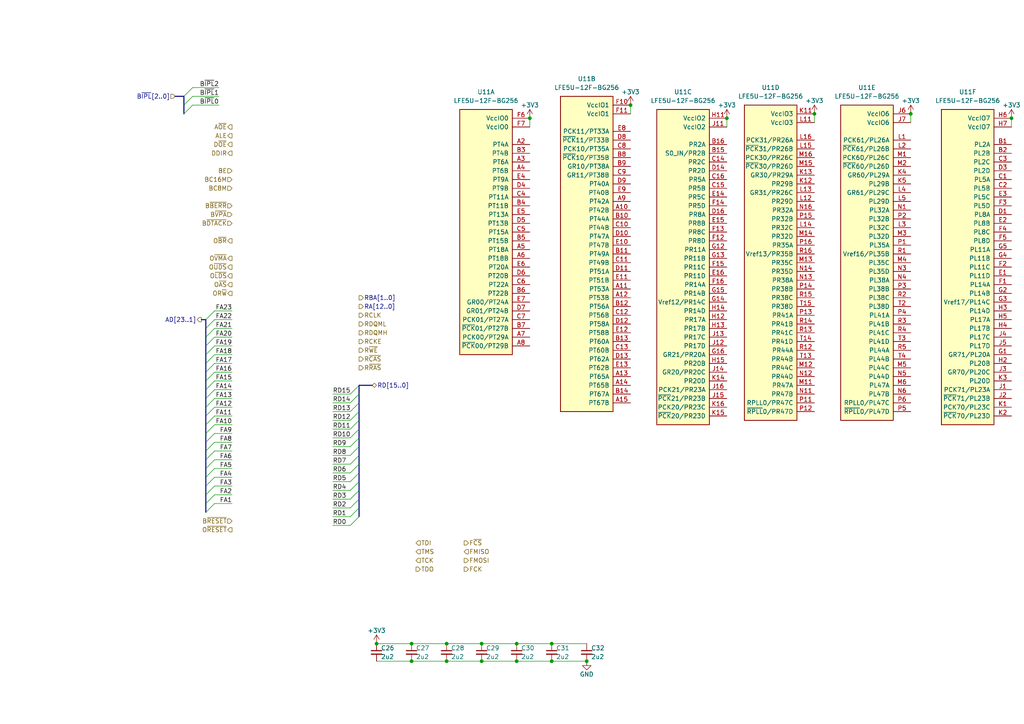
<source format=kicad_sch>
(kicad_sch (version 20230121) (generator eeschema)
  (paper "A4")
  (lib_symbols
    (symbol "+3V3_1" (power) (pin_names (offset 0))
      (property "Value" "+3V3_1" (at 0 3.556 0))
      (symbol "+3V3_1_0_1"
        (polyline (pts (xy -0.762 1.27) (xy 0 2.54)))
        (polyline (pts (xy 0 0) (xy 0 2.54)))
        (polyline (pts (xy 0 2.54) (xy 0.762 1.27)))
      )
      (symbol "+3V3_1_1_1"
        (pin power_in line (at 0 0 90) (length 0) hide (name "+3V3") (number "1"))
      )
    )
    (symbol "Device:C_Small" (pin_numbers hide) (pin_names (offset 0.254) hide)
      (property "Reference" "C" (at 0.254 1.778 0))
      (property "Value" "C_Small" (at 0.254 -2.032 0))
      (symbol "C_Small_0_1"
        (polyline (pts (xy -1.524 -0.508) (xy 1.524 -0.508)) (stroke (width 0.3302)))
        (polyline (pts (xy -1.524 0.508) (xy 1.524 0.508)) (stroke (width 0.3048)))
      )
      (symbol "C_Small_1_1"
        (pin passive line (at 0 2.54 270) (length 2.032) (name "~") (number "1"))
        (pin passive line (at 0 -2.54 90) (length 2.032) (name "~") (number "2"))
      )
    )
    (symbol "GND_1" (power) (pin_names (offset 0))
      (property "Value" "GND_1" (at 0 -3.81 0))
      (symbol "GND_1_0_1"
        (polyline (pts (xy 0 0) (xy 0 -1.27) (xy 1.27 -1.27) (xy 0 -2.54) (xy -1.27 -1.27) (xy 0 -1.27)))
      )
      (symbol "GND_1_1_1"
        (pin power_in line (at 0 0 270) (length 0) hide (name "GND") (number "1"))
      )
    )
    (symbol "GW_PLD:LFE5U-12F-BG256" (pin_names (offset 1.016))
      (property "Reference" "U" (at 0 19.05 0))
      (property "Value" "LFE5U-12F-BG256" (at -3.81 16.51 90))
      (symbol "LFE5U-12F-BG256_1_1"
        (rectangle (start 12.7 17.78) (end -2.54 -53.34) (stroke (width 0.254)) (fill (type background)))
        (pin bidirectional line (at 17.78 7.62 180) (length 5.08) (name "PT4A") (number "A2"))
        (pin bidirectional line (at 17.78 2.54 180) (length 5.08) (name "PT6A") (number "A3"))
        (pin bidirectional line (at 17.78 0 180) (length 5.08) (name "PT6B") (number "A4"))
        (pin bidirectional line (at 17.78 -22.86 180) (length 5.08) (name "PT18A") (number "A5"))
        (pin bidirectional line (at 17.78 -25.4 180) (length 5.08) (name "PT18B") (number "A6"))
        (pin bidirectional line (at 17.78 -48.26 180) (length 5.08) (name "PCK00/PT29A") (number "A7"))
        (pin bidirectional line (at 17.78 -50.8 180) (length 5.08) (name "~{PCK}00/PT29B") (number "A8"))
        (pin bidirectional line (at 17.78 5.08 180) (length 5.08) (name "PT4B") (number "B3"))
        (pin bidirectional line (at 17.78 -10.16 180) (length 5.08) (name "PT11B") (number "B4"))
        (pin bidirectional line (at 17.78 -20.32 180) (length 5.08) (name "PT15B") (number "B5"))
        (pin bidirectional line (at 17.78 -35.56 180) (length 5.08) (name "PT22B") (number "B6"))
        (pin bidirectional line (at 17.78 -45.72 180) (length 5.08) (name "~{PCK}01/PT27B") (number "B7"))
        (pin bidirectional line (at 17.78 -7.62 180) (length 5.08) (name "PT11A") (number "C4"))
        (pin bidirectional line (at 17.78 -17.78 180) (length 5.08) (name "PT15A") (number "C5"))
        (pin bidirectional line (at 17.78 -33.02 180) (length 5.08) (name "PT22A") (number "C6"))
        (pin bidirectional line (at 17.78 -43.18 180) (length 5.08) (name "PCK01/PT27A") (number "C7"))
        (pin bidirectional line (at 17.78 -5.08 180) (length 5.08) (name "PT9B") (number "D4"))
        (pin bidirectional line (at 17.78 -15.24 180) (length 5.08) (name "PT13B") (number "D5"))
        (pin bidirectional line (at 17.78 -30.48 180) (length 5.08) (name "PT20B") (number "D6"))
        (pin bidirectional line (at 17.78 -40.64 180) (length 5.08) (name "GR01/PT24B") (number "D7"))
        (pin bidirectional line (at 17.78 -2.54 180) (length 5.08) (name "PT9A") (number "E4"))
        (pin bidirectional line (at 17.78 -12.7 180) (length 5.08) (name "PT13A") (number "E5"))
        (pin bidirectional line (at 17.78 -27.94 180) (length 5.08) (name "PT20A") (number "E6"))
        (pin bidirectional line (at 17.78 -38.1 180) (length 5.08) (name "GR00/PT24A") (number "E7"))
        (pin power_in line (at 17.78 15.24 180) (length 5.08) (name "VccIO0") (number "F6"))
        (pin power_in line (at 17.78 12.7 180) (length 5.08) (name "VccIO0") (number "F7"))
      )
      (symbol "LFE5U-12F-BG256_2_1"
        (rectangle (start 12.7 -73.66) (end -2.54 17.78) (stroke (width 0.254)) (fill (type background)))
        (pin bidirectional line (at 17.78 -15.24 180) (length 5.08) (name "PT42B") (number "A10"))
        (pin bidirectional line (at 17.78 -38.1 180) (length 5.08) (name "PT53A") (number "A11"))
        (pin bidirectional line (at 17.78 -40.64 180) (length 5.08) (name "PT53B") (number "A12"))
        (pin bidirectional line (at 17.78 -63.5 180) (length 5.08) (name "PT65A") (number "A13"))
        (pin bidirectional line (at 17.78 -66.04 180) (length 5.08) (name "PT65B") (number "A14"))
        (pin bidirectional line (at 17.78 -71.12 180) (length 5.08) (name "PT67B") (number "A15"))
        (pin bidirectional line (at 17.78 -12.7 180) (length 5.08) (name "PT42A") (number "A9"))
        (pin bidirectional line (at 17.78 -17.78 180) (length 5.08) (name "PT44A") (number "B10"))
        (pin bidirectional line (at 17.78 -27.94 180) (length 5.08) (name "PT49A") (number "B11"))
        (pin bidirectional line (at 17.78 -43.18 180) (length 5.08) (name "PT56A") (number "B12"))
        (pin bidirectional line (at 17.78 -53.34 180) (length 5.08) (name "PT60A") (number "B13"))
        (pin bidirectional line (at 17.78 -68.58 180) (length 5.08) (name "PT67A") (number "B14"))
        (pin bidirectional line (at 17.78 0 180) (length 5.08) (name "~{PCK}10/PT35B") (number "B8"))
        (pin bidirectional line (at 17.78 -2.54 180) (length 5.08) (name "GR10/PT38A") (number "B9"))
        (pin bidirectional line (at 17.78 -20.32 180) (length 5.08) (name "PT44B") (number "C10"))
        (pin bidirectional line (at 17.78 -30.48 180) (length 5.08) (name "PT49B") (number "C11"))
        (pin bidirectional line (at 17.78 -45.72 180) (length 5.08) (name "PT56B") (number "C12"))
        (pin bidirectional line (at 17.78 -55.88 180) (length 5.08) (name "PT60B") (number "C13"))
        (pin bidirectional line (at 17.78 2.54 180) (length 5.08) (name "PCK10/PT35A") (number "C8"))
        (pin bidirectional line (at 17.78 -5.08 180) (length 5.08) (name "GR11/PT38B") (number "C9"))
        (pin bidirectional line (at 17.78 -22.86 180) (length 5.08) (name "PT47A") (number "D10"))
        (pin bidirectional line (at 17.78 -33.02 180) (length 5.08) (name "PT51A") (number "D11"))
        (pin bidirectional line (at 17.78 -48.26 180) (length 5.08) (name "PT58A") (number "D12"))
        (pin bidirectional line (at 17.78 -58.42 180) (length 5.08) (name "PT62A") (number "D13"))
        (pin bidirectional line (at 17.78 5.08 180) (length 5.08) (name "~{PCK}11/PT33B") (number "D8"))
        (pin bidirectional line (at 17.78 -7.62 180) (length 5.08) (name "PT40A") (number "D9"))
        (pin bidirectional line (at 17.78 -25.4 180) (length 5.08) (name "PT47B") (number "E10"))
        (pin bidirectional line (at 17.78 -35.56 180) (length 5.08) (name "PT51B") (number "E11"))
        (pin bidirectional line (at 17.78 -50.8 180) (length 5.08) (name "PT58B") (number "E12"))
        (pin bidirectional line (at 17.78 -60.96 180) (length 5.08) (name "PT62B") (number "E13"))
        (pin bidirectional line (at 17.78 7.62 180) (length 5.08) (name "PCK11/PT33A") (number "E8"))
        (pin bidirectional line (at 17.78 -10.16 180) (length 5.08) (name "PT40B") (number "E9"))
        (pin power_in line (at 17.78 15.24 180) (length 5.08) (name "VccIO1") (number "F10"))
        (pin power_in line (at 17.78 12.7 180) (length 5.08) (name "VccIO1") (number "F11"))
      )
      (symbol "LFE5U-12F-BG256_3_1"
        (rectangle (start -2.54 17.78) (end 12.7 -73.66) (stroke (width 0.254)) (fill (type background)))
        (pin bidirectional line (at 17.78 5.08 180) (length 5.08) (name "S0_IN/PR2B") (number "B15"))
        (pin bidirectional line (at 17.78 7.62 180) (length 5.08) (name "PR2A") (number "B16"))
        (pin bidirectional line (at 17.78 2.54 180) (length 5.08) (name "PR2C") (number "C14"))
        (pin bidirectional line (at 17.78 -5.08 180) (length 5.08) (name "PR5B") (number "C15"))
        (pin bidirectional line (at 17.78 -2.54 180) (length 5.08) (name "PR5A") (number "C16"))
        (pin bidirectional line (at 17.78 0 180) (length 5.08) (name "PR2D") (number "D14"))
        (pin bidirectional line (at 17.78 -12.7 180) (length 5.08) (name "PR8A") (number "D16"))
        (pin bidirectional line (at 17.78 -7.62 180) (length 5.08) (name "PR5C") (number "E14"))
        (pin bidirectional line (at 17.78 -15.24 180) (length 5.08) (name "PR8B") (number "E15"))
        (pin bidirectional line (at 17.78 -30.48 180) (length 5.08) (name "PR11D") (number "E16"))
        (pin bidirectional line (at 17.78 -20.32 180) (length 5.08) (name "PR8D") (number "F12"))
        (pin bidirectional line (at 17.78 -17.78 180) (length 5.08) (name "PR8C") (number "F13"))
        (pin bidirectional line (at 17.78 -10.16 180) (length 5.08) (name "PR5D") (number "F14"))
        (pin bidirectional line (at 17.78 -27.94 180) (length 5.08) (name "PR11C") (number "F15"))
        (pin bidirectional line (at 17.78 -33.02 180) (length 5.08) (name "PR14A") (number "F16"))
        (pin bidirectional line (at 17.78 -22.86 180) (length 5.08) (name "PR11A") (number "G12"))
        (pin bidirectional line (at 17.78 -25.4 180) (length 5.08) (name "PR11B") (number "G13"))
        (pin bidirectional line (at 17.78 -38.1 180) (length 5.08) (name "Vref12/PR14C") (number "G14"))
        (pin bidirectional line (at 17.78 -35.56 180) (length 5.08) (name "PR14B") (number "G15"))
        (pin bidirectional line (at 17.78 -53.34 180) (length 5.08) (name "GR21/PR20A") (number "G16"))
        (pin power_in line (at 17.78 15.24 180) (length 5.08) (name "VccIO2") (number "H11"))
        (pin bidirectional line (at 17.78 -43.18 180) (length 5.08) (name "PR17A") (number "H12"))
        (pin bidirectional line (at 17.78 -45.72 180) (length 5.08) (name "PR17B") (number "H13"))
        (pin bidirectional line (at 17.78 -40.64 180) (length 5.08) (name "PR14D") (number "H14"))
        (pin bidirectional line (at 17.78 -55.88 180) (length 5.08) (name "PR20B") (number "H15"))
        (pin power_in line (at 17.78 12.7 180) (length 5.08) (name "VccIO2") (number "J11"))
        (pin bidirectional line (at 17.78 -50.8 180) (length 5.08) (name "PR17D") (number "J12"))
        (pin bidirectional line (at 17.78 -48.26 180) (length 5.08) (name "PR17C") (number "J13"))
        (pin bidirectional line (at 17.78 -58.42 180) (length 5.08) (name "GR20/PR20C") (number "J14"))
        (pin bidirectional line (at 17.78 -66.04 180) (length 5.08) (name "~{PCK}21/PR23B") (number "J15"))
        (pin bidirectional line (at 17.78 -63.5 180) (length 5.08) (name "PCK21/PR23A") (number "J16"))
        (pin bidirectional line (at 17.78 -60.96 180) (length 5.08) (name "PR20D") (number "K14"))
        (pin bidirectional line (at 17.78 -71.12 180) (length 5.08) (name "~{PCK}20/PR23D") (number "K15"))
        (pin bidirectional line (at 17.78 -68.58 180) (length 5.08) (name "PCK20/PR23C") (number "K16"))
      )
      (symbol "LFE5U-12F-BG256_4_1"
        (rectangle (start -2.54 17.78) (end 12.7 -73.66) (stroke (width 0.254)) (fill (type background)))
        (pin power_in line (at 17.78 15.24 180) (length 5.08) (name "VccIO3") (number "K11"))
        (pin bidirectional line (at 17.78 -5.08 180) (length 5.08) (name "PR29B") (number "K12"))
        (pin bidirectional line (at 17.78 -2.54 180) (length 5.08) (name "GR30/PR29A") (number "K13"))
        (pin power_in line (at 17.78 12.7 180) (length 5.08) (name "VccIO3") (number "L11"))
        (pin bidirectional line (at 17.78 -10.16 180) (length 5.08) (name "PR29D") (number "L12"))
        (pin bidirectional line (at 17.78 -7.62 180) (length 5.08) (name "GR31/PR26C") (number "L13"))
        (pin bidirectional line (at 17.78 -17.78 180) (length 5.08) (name "PR32C") (number "L14"))
        (pin bidirectional line (at 17.78 5.08 180) (length 5.08) (name "~{PCK}31/PR26B") (number "L15"))
        (pin bidirectional line (at 17.78 7.62 180) (length 5.08) (name "PCK31/PR26A") (number "L16"))
        (pin bidirectional line (at 17.78 -63.5 180) (length 5.08) (name "PR47A") (number "M11"))
        (pin bidirectional line (at 17.78 -58.42 180) (length 5.08) (name "PR44C") (number "M12"))
        (pin bidirectional line (at 17.78 -27.94 180) (length 5.08) (name "PR35C") (number "M13"))
        (pin bidirectional line (at 17.78 -20.32 180) (length 5.08) (name "PR32D") (number "M14"))
        (pin bidirectional line (at 17.78 0 180) (length 5.08) (name "~{PCK}30/PR26D") (number "M15"))
        (pin bidirectional line (at 17.78 2.54 180) (length 5.08) (name "PCK30/PR26C") (number "M16"))
        (pin bidirectional line (at 17.78 -66.04 180) (length 5.08) (name "PR47B") (number "N11"))
        (pin bidirectional line (at 17.78 -60.96 180) (length 5.08) (name "PR44D") (number "N12"))
        (pin bidirectional line (at 17.78 -33.02 180) (length 5.08) (name "PR38A") (number "N13"))
        (pin bidirectional line (at 17.78 -30.48 180) (length 5.08) (name "PR35D") (number "N14"))
        (pin bidirectional line (at 17.78 -12.7 180) (length 5.08) (name "PR32A") (number "N16"))
        (pin bidirectional line (at 17.78 -68.58 180) (length 5.08) (name "RPLL0/PR47C") (number "P11"))
        (pin bidirectional line (at 17.78 -71.12 180) (length 5.08) (name "~{RPLL}0/PR47D") (number "P12"))
        (pin bidirectional line (at 17.78 -43.18 180) (length 5.08) (name "PR41A") (number "P13"))
        (pin bidirectional line (at 17.78 -35.56 180) (length 5.08) (name "PR38B") (number "P14"))
        (pin bidirectional line (at 17.78 -15.24 180) (length 5.08) (name "PR32B") (number "P15"))
        (pin bidirectional line (at 17.78 -22.86 180) (length 5.08) (name "PR35A") (number "P16"))
        (pin bidirectional line (at 17.78 -53.34 180) (length 5.08) (name "PR44A") (number "R12"))
        (pin bidirectional line (at 17.78 -48.26 180) (length 5.08) (name "PR41C") (number "R13"))
        (pin bidirectional line (at 17.78 -45.72 180) (length 5.08) (name "PR41B") (number "R14"))
        (pin bidirectional line (at 17.78 -38.1 180) (length 5.08) (name "PR38C") (number "R15"))
        (pin bidirectional line (at 17.78 -25.4 180) (length 5.08) (name "Vref13/PR35B") (number "R16"))
        (pin bidirectional line (at 17.78 -55.88 180) (length 5.08) (name "PR44B") (number "T13"))
        (pin bidirectional line (at 17.78 -50.8 180) (length 5.08) (name "PR41D") (number "T14"))
        (pin bidirectional line (at 17.78 -40.64 180) (length 5.08) (name "PR38D") (number "T15"))
      )
      (symbol "LFE5U-12F-BG256_5_1"
        (rectangle (start -2.54 17.78) (end 12.7 -73.66) (stroke (width 0.254)) (fill (type background)))
        (pin power_in line (at 17.78 15.24 180) (length 5.08) (name "VccIO6") (number "J6"))
        (pin power_in line (at 17.78 12.7 180) (length 5.08) (name "VccIO6") (number "J7"))
        (pin bidirectional line (at 17.78 -2.54 180) (length 5.08) (name "GR60/PL29A") (number "K4"))
        (pin bidirectional line (at 17.78 -5.08 180) (length 5.08) (name "PL29B") (number "K5"))
        (pin bidirectional line (at 17.78 7.62 180) (length 5.08) (name "PCK61/PL26A") (number "L1"))
        (pin bidirectional line (at 17.78 5.08 180) (length 5.08) (name "~{PCK}61/PL26B") (number "L2"))
        (pin bidirectional line (at 17.78 -17.78 180) (length 5.08) (name "PL32C") (number "L3"))
        (pin bidirectional line (at 17.78 -7.62 180) (length 5.08) (name "GR61/PL29C") (number "L4"))
        (pin bidirectional line (at 17.78 -10.16 180) (length 5.08) (name "PL29D") (number "L5"))
        (pin bidirectional line (at 17.78 2.54 180) (length 5.08) (name "PCK60/PL26C") (number "M1"))
        (pin bidirectional line (at 17.78 0 180) (length 5.08) (name "~{PCK}60/PL26D") (number "M2"))
        (pin bidirectional line (at 17.78 -20.32 180) (length 5.08) (name "PL32D") (number "M3"))
        (pin bidirectional line (at 17.78 -27.94 180) (length 5.08) (name "PL35C") (number "M4"))
        (pin bidirectional line (at 17.78 -58.42 180) (length 5.08) (name "PL44C") (number "M5"))
        (pin bidirectional line (at 17.78 -63.5 180) (length 5.08) (name "PL47A") (number "M6"))
        (pin bidirectional line (at 17.78 -12.7 180) (length 5.08) (name "PL32A") (number "N1"))
        (pin bidirectional line (at 17.78 -30.48 180) (length 5.08) (name "PL35D") (number "N3"))
        (pin bidirectional line (at 17.78 -33.02 180) (length 5.08) (name "PL38A") (number "N4"))
        (pin bidirectional line (at 17.78 -60.96 180) (length 5.08) (name "PL44D") (number "N5"))
        (pin bidirectional line (at 17.78 -66.04 180) (length 5.08) (name "PL47B") (number "N6"))
        (pin bidirectional line (at 17.78 -22.86 180) (length 5.08) (name "PL35A") (number "P1"))
        (pin bidirectional line (at 17.78 -15.24 180) (length 5.08) (name "PL32B") (number "P2"))
        (pin bidirectional line (at 17.78 -35.56 180) (length 5.08) (name "PL38B") (number "P3"))
        (pin bidirectional line (at 17.78 -43.18 180) (length 5.08) (name "PL41A") (number "P4"))
        (pin bidirectional line (at 17.78 -71.12 180) (length 5.08) (name "~{RPLL}0/PL47D") (number "P5"))
        (pin bidirectional line (at 17.78 -68.58 180) (length 5.08) (name "RPLL0/PL47C") (number "P6"))
        (pin bidirectional line (at 17.78 -25.4 180) (length 5.08) (name "Vref16/PL35B") (number "R1"))
        (pin bidirectional line (at 17.78 -38.1 180) (length 5.08) (name "PL38C") (number "R2"))
        (pin bidirectional line (at 17.78 -45.72 180) (length 5.08) (name "PL41B") (number "R3"))
        (pin bidirectional line (at 17.78 -48.26 180) (length 5.08) (name "PL41C") (number "R4"))
        (pin bidirectional line (at 17.78 -53.34 180) (length 5.08) (name "PL44A") (number "R5"))
        (pin bidirectional line (at 17.78 -40.64 180) (length 5.08) (name "PL38D") (number "T2"))
        (pin bidirectional line (at 17.78 -50.8 180) (length 5.08) (name "PL41D") (number "T3"))
        (pin bidirectional line (at 17.78 -55.88 180) (length 5.08) (name "PL44B") (number "T4"))
      )
      (symbol "LFE5U-12F-BG256_6_1"
        (rectangle (start -2.54 17.78) (end 12.7 -73.66) (stroke (width 0.254)) (fill (type background)))
        (pin bidirectional line (at 17.78 7.62 180) (length 5.08) (name "PL2A") (number "B1"))
        (pin bidirectional line (at 17.78 5.08 180) (length 5.08) (name "PL2B") (number "B2"))
        (pin bidirectional line (at 17.78 -2.54 180) (length 5.08) (name "PL5A") (number "C1"))
        (pin bidirectional line (at 17.78 -5.08 180) (length 5.08) (name "PL5B") (number "C2"))
        (pin bidirectional line (at 17.78 2.54 180) (length 5.08) (name "PL2C") (number "C3"))
        (pin bidirectional line (at 17.78 -12.7 180) (length 5.08) (name "PL8A") (number "D1"))
        (pin bidirectional line (at 17.78 0 180) (length 5.08) (name "PL2D") (number "D3"))
        (pin bidirectional line (at 17.78 -30.48 180) (length 5.08) (name "PL11D") (number "E1"))
        (pin bidirectional line (at 17.78 -15.24 180) (length 5.08) (name "PL8B") (number "E2"))
        (pin bidirectional line (at 17.78 -7.62 180) (length 5.08) (name "PL5C") (number "E3"))
        (pin bidirectional line (at 17.78 -33.02 180) (length 5.08) (name "PL14A") (number "F1"))
        (pin bidirectional line (at 17.78 -27.94 180) (length 5.08) (name "PL11C") (number "F2"))
        (pin bidirectional line (at 17.78 -10.16 180) (length 5.08) (name "PL5D") (number "F3"))
        (pin bidirectional line (at 17.78 -17.78 180) (length 5.08) (name "PL8C") (number "F4"))
        (pin bidirectional line (at 17.78 -20.32 180) (length 5.08) (name "PL8D") (number "F5"))
        (pin bidirectional line (at 17.78 -53.34 180) (length 5.08) (name "GR71/PL20A") (number "G1"))
        (pin bidirectional line (at 17.78 -35.56 180) (length 5.08) (name "PL14B") (number "G2"))
        (pin bidirectional line (at 17.78 -38.1 180) (length 5.08) (name "Vref17/PL14C") (number "G3"))
        (pin bidirectional line (at 17.78 -25.4 180) (length 5.08) (name "PL11B") (number "G4"))
        (pin bidirectional line (at 17.78 -22.86 180) (length 5.08) (name "PL11A") (number "G5"))
        (pin bidirectional line (at 17.78 -55.88 180) (length 5.08) (name "PL20B") (number "H2"))
        (pin bidirectional line (at 17.78 -40.64 180) (length 5.08) (name "PL14D") (number "H3"))
        (pin bidirectional line (at 17.78 -45.72 180) (length 5.08) (name "PL17B") (number "H4"))
        (pin bidirectional line (at 17.78 -43.18 180) (length 5.08) (name "PL17A") (number "H5"))
        (pin power_in line (at 17.78 15.24 180) (length 5.08) (name "VccIO7") (number "H6"))
        (pin power_in line (at 17.78 12.7 180) (length 5.08) (name "VccIO7") (number "H7"))
        (pin bidirectional line (at 17.78 -63.5 180) (length 5.08) (name "PCK71/PL23A") (number "J1"))
        (pin bidirectional line (at 17.78 -66.04 180) (length 5.08) (name "~{PCK}71/PL23B") (number "J2"))
        (pin bidirectional line (at 17.78 -58.42 180) (length 5.08) (name "GR70/PL20C") (number "J3"))
        (pin bidirectional line (at 17.78 -48.26 180) (length 5.08) (name "PL17C") (number "J4"))
        (pin bidirectional line (at 17.78 -50.8 180) (length 5.08) (name "PL17D") (number "J5"))
        (pin bidirectional line (at 17.78 -68.58 180) (length 5.08) (name "PCK70/PL23C") (number "K1"))
        (pin bidirectional line (at 17.78 -71.12 180) (length 5.08) (name "~{PCK}70/PL23D") (number "K2"))
        (pin bidirectional line (at 17.78 -60.96 180) (length 5.08) (name "PL20D") (number "K3"))
      )
      (symbol "LFE5U-12F-BG256_7_1"
        (rectangle (start -2.54 17.78) (end 12.7 -50.8) (stroke (width 0.254)) (fill (type background)))
        (pin power_in line (at 17.78 15.24 180) (length 5.08) (name "VccIO8") (number "L6"))
        (pin output line (at 17.78 -40.64 180) (length 5.08) (name "TDO") (number "M10"))
        (pin bidirectional line (at 17.78 -2.54 180) (length 5.08) (name "PB9B/D2") (number "M7"))
        (pin bidirectional line (at 17.78 -17.78 180) (length 5.08) (name "~{CSO}/PB15B") (number "M8"))
        (pin bidirectional line (at 17.78 -20.32 180) (length 5.08) (name "~{WRITE}/PB18A") (number "M9"))
        (pin input line (at 17.78 -33.02 180) (length 5.08) (name "CFG0") (number "N10"))
        (pin bidirectional line (at 17.78 0 180) (length 5.08) (name "PB9A/D3") (number "N7"))
        (pin bidirectional line (at 17.78 -15.24 180) (length 5.08) (name "M~{CS}/PB15A") (number "N8"))
        (pin bidirectional line (at 17.78 -25.4 180) (length 5.08) (name "CCLK") (number "N9"))
        (pin input line (at 17.78 -35.56 180) (length 5.08) (name "CFG1") (number "P10"))
        (pin bidirectional line (at 17.78 2.54 180) (length 5.08) (name "MOSI2/PB6B") (number "P7"))
        (pin bidirectional line (at 17.78 -12.7 180) (length 5.08) (name "S~{CS}1/PB13B") (number "P8"))
        (pin open_collector line (at 17.78 -30.48 180) (length 5.08) (name "DONE") (number "P9"))
        (pin input line (at 17.78 -38.1 180) (length 5.08) (name "CFG2") (number "R10"))
        (pin input line (at 17.78 -45.72 180) (length 5.08) (name "TDI") (number "R11"))
        (pin bidirectional line (at 17.78 7.62 180) (length 5.08) (name "PB4B") (number "R6"))
        (pin bidirectional line (at 17.78 5.08 180) (length 5.08) (name "MISO2/PB6A") (number "R7"))
        (pin bidirectional line (at 17.78 -10.16 180) (length 5.08) (name "S~{CS}/PB13A") (number "R8"))
        (pin input line (at 17.78 -27.94 180) (length 5.08) (name "~{PROGRAM}") (number "R9"))
        (pin input line (at 17.78 -43.18 180) (length 5.08) (name "TCK") (number "T10"))
        (pin input line (at 17.78 -48.26 180) (length 5.08) (name "TMS") (number "T11"))
        (pin bidirectional line (at 17.78 10.16 180) (length 5.08) (name "PB4A") (number "T6"))
        (pin bidirectional line (at 17.78 -5.08 180) (length 5.08) (name "MISO/PB11A") (number "T7"))
        (pin bidirectional line (at 17.78 -7.62 180) (length 5.08) (name "MOSI/PB11B") (number "T8"))
        (pin open_collector line (at 17.78 -22.86 180) (length 5.08) (name "~{INIT}") (number "T9"))
      )
      (symbol "LFE5U-12F-BG256_8_1"
        (rectangle (start 7.62 -78.74) (end -2.54 17.78) (stroke (width 0.254)) (fill (type background)))
        (pin power_in line (at 12.7 -71.12 180) (length 5.08) (name "GND") (number "A1"))
        (pin power_in line (at 12.7 -10.16 180) (length 5.08) (name "GND") (number "A16"))
        (pin power_in line (at 12.7 -17.78 180) (length 5.08) (name "GND") (number "D15"))
        (pin power_in line (at 12.7 -66.04 180) (length 5.08) (name "GND") (number "D2"))
        (pin power_in line (at 12.7 -45.72 180) (length 5.08) (name "GND") (number "F8"))
        (pin power_in line (at 12.7 -40.64 180) (length 5.08) (name "GND") (number "F9"))
        (pin power_in line (at 12.7 -25.4 180) (length 5.08) (name "GND") (number "G10"))
        (pin power_in line (at 12.7 15.24 180) (length 5.08) (name "VccAUX") (number "G11"))
        (pin power_in line (at 12.7 -5.08 180) (length 5.08) (name "Vcc") (number "G6"))
        (pin power_in line (at 12.7 -2.54 180) (length 5.08) (name "Vcc") (number "G7"))
        (pin power_in line (at 12.7 -48.26 180) (length 5.08) (name "GND") (number "G8"))
        (pin power_in line (at 12.7 5.08 180) (length 5.08) (name "Vcc") (number "G9"))
        (pin power_in line (at 12.7 -73.66 180) (length 5.08) (name "GND") (number "H1"))
        (pin power_in line (at 12.7 -27.94 180) (length 5.08) (name "GND") (number "H10"))
        (pin power_in line (at 12.7 -12.7 180) (length 5.08) (name "GND") (number "H16"))
        (pin power_in line (at 12.7 -50.8 180) (length 5.08) (name "GND") (number "H8"))
        (pin power_in line (at 12.7 -35.56 180) (length 5.08) (name "GND") (number "H9"))
        (pin power_in line (at 12.7 -30.48 180) (length 5.08) (name "GND") (number "J10"))
        (pin power_in line (at 12.7 -53.34 180) (length 5.08) (name "GND") (number "J8"))
        (pin power_in line (at 12.7 -38.1 180) (length 5.08) (name "GND") (number "J9"))
        (pin power_in line (at 12.7 -33.02 180) (length 5.08) (name "GND") (number "K10"))
        (pin power_in line (at 12.7 -60.96 180) (length 5.08) (name "GND") (number "K6"))
        (pin power_in line (at 12.7 -58.42 180) (length 5.08) (name "GND") (number "K7"))
        (pin power_in line (at 12.7 -55.88 180) (length 5.08) (name "GND") (number "K8"))
        (pin power_in line (at 12.7 -43.18 180) (length 5.08) (name "GND") (number "K9"))
        (pin power_in line (at 12.7 7.62 180) (length 5.08) (name "Vcc") (number "L10"))
        (pin power_in line (at 12.7 12.7 180) (length 5.08) (name "VccAUX") (number "L7"))
        (pin power_in line (at 12.7 0 180) (length 5.08) (name "Vcc") (number "L8"))
        (pin power_in line (at 12.7 2.54 180) (length 5.08) (name "Vcc") (number "L9"))
        (pin power_in line (at 12.7 -20.32 180) (length 5.08) (name "GND") (number "N15"))
        (pin power_in line (at 12.7 -68.58 180) (length 5.08) (name "GND") (number "N2"))
        (pin power_in line (at 12.7 -76.2 180) (length 5.08) (name "GND") (number "T1"))
        (pin power_in line (at 12.7 -22.86 180) (length 5.08) (name "GND") (number "T12"))
        (pin power_in line (at 12.7 -15.24 180) (length 5.08) (name "GND") (number "T16"))
        (pin power_in line (at 12.7 -63.5 180) (length 5.08) (name "GND") (number "T5"))
      )
    )
    (symbol "power:+1V1" (power) (pin_names (offset 0))
      (property "Value" "+1V1" (at 0 3.556 0))
      (symbol "+1V1_0_1"
        (polyline (pts (xy -0.762 1.27) (xy 0 2.54)))
        (polyline (pts (xy 0 0) (xy 0 2.54)))
        (polyline (pts (xy 0 2.54) (xy 0.762 1.27)))
      )
      (symbol "+1V1_1_1"
        (pin power_in line (at 0 0 90) (length 0) hide (name "+1V1") (number "1"))
      )
    )
    (symbol "power:+2V5" (power) (pin_names (offset 0))
      (property "Value" "+2V5" (at 0 3.556 0))
      (symbol "+2V5_0_1"
        (polyline (pts (xy -0.762 1.27) (xy 0 2.54)))
        (polyline (pts (xy 0 0) (xy 0 2.54)))
        (polyline (pts (xy 0 2.54) (xy 0.762 1.27)))
      )
      (symbol "+2V5_1_1"
        (pin power_in line (at 0 0 90) (length 0) hide (name "+2V5") (number "1"))
      )
    )
    (symbol "power:+3V3" (power) (pin_names (offset 0))
      (property "Value" "+3V3" (at 0 3.556 0))
      (symbol "+3V3_0_1"
        (polyline (pts (xy -0.762 1.27) (xy 0 2.54)))
        (polyline (pts (xy 0 0) (xy 0 2.54)))
        (polyline (pts (xy 0 2.54) (xy 0.762 1.27)))
      )
      (symbol "+3V3_1_1"
        (pin power_in line (at 0 0 90) (length 0) hide (name "+3V3") (number "1"))
      )
    )
    (symbol "power:GND" (power) (pin_names (offset 0))
      (property "Value" "GND" (at 0 -3.81 0))
      (symbol "GND_0_1"
        (polyline (pts (xy 0 0) (xy 0 -1.27) (xy 1.27 -1.27) (xy 0 -2.54) (xy -1.27 -1.27) (xy 0 -1.27)))
      )
      (symbol "GND_1_1"
        (pin power_in line (at 0 0 270) (length 0) hide (name "GND") (number "1"))
      )
    )
  )
  (junction (at 346.71 118.11))
  (junction (at 346.71 46.99))
  (junction (at 346.71 44.45))
  (junction (at 119.38 191.77))
  (junction (at 129.54 191.77))
  (junction (at 346.71 115.57))
  (junction (at 346.71 95.25))
  (junction (at 139.7 191.77))
  (junction (at 346.71 41.91))
  (junction (at 346.71 92.71))
  (junction (at 139.7 186.69))
  (junction (at 346.71 67.31))
  (junction (at 264.16 33.02))
  (junction (at 346.71 52.07))
  (junction (at 346.71 62.23))
  (junction (at 346.71 85.09))
  (junction (at 346.71 82.55))
  (junction (at 119.38 186.69))
  (junction (at 210.82 34.29))
  (junction (at 182.88 30.48))
  (junction (at 236.22 33.02))
  (junction (at 346.71 80.01))
  (junction (at 346.71 105.41))
  (junction (at 160.02 186.69))
  (junction (at 346.71 107.95))
  (junction (at 346.71 34.29))
  (junction (at 346.71 100.33))
  (junction (at 346.71 120.65))
  (junction (at 346.71 87.63))
  (junction (at 346.71 77.47))
  (junction (at 109.22 186.69))
  (junction (at 346.71 125.73))
  (junction (at 346.71 64.77))
  (junction (at 149.86 191.77))
  (junction (at 346.71 110.49))
  (junction (at 149.86 186.69))
  (junction (at 153.67 34.29))
  (junction (at 346.71 49.53))
  (junction (at 346.71 90.17))
  (junction (at 346.71 102.87))
  (junction (at 346.71 97.79))
  (junction (at 170.18 191.77))
  (junction (at 160.02 191.77))
  (junction (at 129.54 186.69))
  (junction (at 346.71 123.19))
  (junction (at 346.71 72.39))
  (junction (at 346.71 69.85))
  (junction (at 293.37 34.29))
  (junction (at 346.71 74.93))
  (junction (at 346.71 113.03))
  (bus_entry (at 101.6 132.08) (size 2.54 -2.54))
  (bus_entry (at 62.23 128.27) (size -2.54 2.54))
  (bus_entry (at 101.6 121.92) (size 2.54 -2.54))
  (bus_entry (at 101.6 127) (size 2.54 -2.54))
  (bus_entry (at 62.23 120.65) (size -2.54 2.54))
  (bus_entry (at 62.23 115.57) (size -2.54 2.54))
  (bus_entry (at 101.6 119.38) (size 2.54 -2.54))
  (bus_entry (at 62.23 113.03) (size -2.54 2.54))
  (bus_entry (at 101.6 124.46) (size 2.54 -2.54))
  (bus_entry (at 62.23 95.25) (size -2.54 2.54))
  (bus_entry (at 62.23 100.33) (size -2.54 2.54))
  (bus_entry (at 62.23 130.81) (size -2.54 2.54))
  (bus_entry (at 55.88 25.4) (size -2.54 2.54))
  (bus_entry (at 62.23 102.87) (size -2.54 2.54))
  (bus_entry (at 101.6 147.32) (size 2.54 -2.54))
  (bus_entry (at 62.23 92.71) (size -2.54 2.54))
  (bus_entry (at 55.88 30.48) (size -2.54 2.54))
  (bus_entry (at 62.23 107.95) (size -2.54 2.54))
  (bus_entry (at 62.23 140.97) (size -2.54 2.54))
  (bus_entry (at 62.23 125.73) (size -2.54 2.54))
  (bus_entry (at 101.6 129.54) (size 2.54 -2.54))
  (bus_entry (at 62.23 90.17) (size -2.54 2.54))
  (bus_entry (at 55.88 27.94) (size -2.54 2.54))
  (bus_entry (at 101.6 116.84) (size 2.54 -2.54))
  (bus_entry (at 101.6 137.16) (size 2.54 -2.54))
  (bus_entry (at 62.23 110.49) (size -2.54 2.54))
  (bus_entry (at 101.6 149.86) (size 2.54 -2.54))
  (bus_entry (at 101.6 134.62) (size 2.54 -2.54))
  (bus_entry (at 62.23 133.35) (size -2.54 2.54))
  (bus_entry (at 62.23 97.79) (size -2.54 2.54))
  (bus_entry (at 62.23 123.19) (size -2.54 2.54))
  (bus_entry (at 62.23 105.41) (size -2.54 2.54))
  (bus_entry (at 62.23 135.89) (size -2.54 2.54))
  (bus_entry (at 62.23 143.51) (size -2.54 2.54))
  (bus_entry (at 101.6 142.24) (size 2.54 -2.54))
  (bus_entry (at 62.23 146.05) (size -2.54 2.54))
  (bus_entry (at 101.6 144.78) (size 2.54 -2.54))
  (bus_entry (at 101.6 152.4) (size 2.54 -2.54))
  (bus_entry (at 62.23 138.43) (size -2.54 2.54))
  (bus_entry (at 101.6 139.7) (size 2.54 -2.54))
  (bus_entry (at 101.6 114.3) (size 2.54 -2.54))
  (bus_entry (at 62.23 118.11) (size -2.54 2.54))
  (wire (pts (xy 67.31 130.81) (xy 62.23 130.81)))
  (bus (pts (xy 59.69 120.65) (xy 59.69 123.19)))
  (wire (pts (xy 96.52 152.4) (xy 101.6 152.4)))
  (bus (pts (xy 59.69 110.49) (xy 59.69 113.03)))
  (wire (pts (xy 67.31 110.49) (xy 62.23 110.49)))
  (bus (pts (xy 104.14 132.08) (xy 104.14 129.54)))
  (wire (pts (xy 96.52 149.86) (xy 101.6 149.86)))
  (bus (pts (xy 59.69 95.25) (xy 59.69 97.79)))
  (bus (pts (xy 59.69 118.11) (xy 59.69 120.65)))
  (wire (pts (xy 346.71 95.25) (xy 346.71 97.79)))
  (wire (pts (xy 109.22 186.69) (xy 119.38 186.69)))
  (bus (pts (xy 59.69 100.33) (xy 59.69 102.87)))
  (wire (pts (xy 96.52 119.38) (xy 101.6 119.38)))
  (wire (pts (xy 346.71 123.19) (xy 346.71 125.73)))
  (wire (pts (xy 67.31 97.79) (xy 62.23 97.79)))
  (wire (pts (xy 96.52 127) (xy 101.6 127)))
  (wire (pts (xy 67.31 143.51) (xy 62.23 143.51)))
  (wire (pts (xy 119.38 186.69) (xy 129.54 186.69)))
  (wire (pts (xy 67.31 140.97) (xy 62.23 140.97)))
  (wire (pts (xy 293.37 34.29) (xy 293.37 36.83)))
  (wire (pts (xy 96.52 121.92) (xy 101.6 121.92)))
  (bus (pts (xy 59.69 105.41) (xy 59.69 107.95)))
  (wire (pts (xy 67.31 118.11) (xy 62.23 118.11)))
  (wire (pts (xy 346.71 110.49) (xy 346.71 113.03)))
  (bus (pts (xy 59.69 128.27) (xy 59.69 130.81)))
  (wire (pts (xy 346.71 72.39) (xy 346.71 74.93)))
  (bus (pts (xy 59.69 135.89) (xy 59.69 138.43)))
  (wire (pts (xy 160.02 186.69) (xy 170.18 186.69)))
  (bus (pts (xy 50.8 27.94) (xy 53.34 27.94)))
  (wire (pts (xy 210.82 34.29) (xy 210.82 36.83)))
  (wire (pts (xy 346.71 46.99) (xy 346.71 49.53)))
  (bus (pts (xy 104.14 121.92) (xy 104.14 119.38)))
  (wire (pts (xy 63.5 25.4) (xy 55.88 25.4)))
  (bus (pts (xy 59.69 146.05) (xy 59.69 148.59)))
  (wire (pts (xy 346.71 74.93) (xy 346.71 77.47)))
  (wire (pts (xy 346.71 118.11) (xy 346.71 120.65)))
  (wire (pts (xy 139.7 191.77) (xy 149.86 191.77)))
  (wire (pts (xy 346.71 115.57) (xy 346.71 118.11)))
  (wire (pts (xy 346.71 62.23) (xy 346.71 64.77)))
  (wire (pts (xy 346.71 97.79) (xy 346.71 100.33)))
  (wire (pts (xy 67.31 120.65) (xy 62.23 120.65)))
  (wire (pts (xy 67.31 100.33) (xy 62.23 100.33)))
  (wire (pts (xy 346.71 87.63) (xy 346.71 90.17)))
  (wire (pts (xy 346.71 105.41) (xy 346.71 107.95)))
  (wire (pts (xy 96.52 137.16) (xy 101.6 137.16)))
  (bus (pts (xy 53.34 27.94) (xy 53.34 30.48)))
  (bus (pts (xy 59.69 97.79) (xy 59.69 100.33)))
  (wire (pts (xy 67.31 102.87) (xy 62.23 102.87)))
  (bus (pts (xy 104.14 116.84) (xy 104.14 114.3)))
  (wire (pts (xy 96.52 147.32) (xy 101.6 147.32)))
  (bus (pts (xy 104.14 147.32) (xy 104.14 144.78)))
  (bus (pts (xy 59.69 133.35) (xy 59.69 135.89)))
  (bus (pts (xy 59.69 140.97) (xy 59.69 143.51)))
  (wire (pts (xy 346.71 52.07) (xy 346.71 54.61)))
  (wire (pts (xy 96.52 129.54) (xy 101.6 129.54)))
  (wire (pts (xy 63.5 27.94) (xy 55.88 27.94)))
  (wire (pts (xy 346.71 64.77) (xy 346.71 67.31)))
  (wire (pts (xy 129.54 186.69) (xy 139.7 186.69)))
  (wire (pts (xy 160.02 191.77) (xy 170.18 191.77)))
  (wire (pts (xy 67.31 105.41) (xy 62.23 105.41)))
  (wire (pts (xy 346.71 59.69) (xy 346.71 62.23)))
  (wire (pts (xy 346.71 82.55) (xy 346.71 85.09)))
  (wire (pts (xy 96.52 132.08) (xy 101.6 132.08)))
  (wire (pts (xy 139.7 186.69) (xy 149.86 186.69)))
  (wire (pts (xy 346.71 67.31) (xy 346.71 69.85)))
  (bus (pts (xy 104.14 124.46) (xy 104.14 121.92)))
  (wire (pts (xy 67.31 90.17) (xy 62.23 90.17)))
  (wire (pts (xy 346.71 100.33) (xy 346.71 102.87)))
  (wire (pts (xy 346.71 92.71) (xy 346.71 95.25)))
  (bus (pts (xy 59.69 138.43) (xy 59.69 140.97)))
  (wire (pts (xy 96.52 144.78) (xy 101.6 144.78)))
  (wire (pts (xy 149.86 186.69) (xy 160.02 186.69)))
  (wire (pts (xy 96.52 116.84) (xy 101.6 116.84)))
  (wire (pts (xy 149.86 191.77) (xy 160.02 191.77)))
  (bus (pts (xy 104.14 129.54) (xy 104.14 127)))
  (bus (pts (xy 104.14 111.76) (xy 107.95 111.76)))
  (bus (pts (xy 104.14 134.62) (xy 104.14 132.08)))
  (wire (pts (xy 236.22 33.02) (xy 236.22 35.56)))
  (bus (pts (xy 53.34 33.02) (xy 53.34 30.48)))
  (wire (pts (xy 346.71 120.65) (xy 346.71 123.19)))
  (wire (pts (xy 67.31 125.73) (xy 62.23 125.73)))
  (wire (pts (xy 346.71 80.01) (xy 346.71 82.55)))
  (wire (pts (xy 119.38 191.77) (xy 129.54 191.77)))
  (wire (pts (xy 67.31 138.43) (xy 62.23 138.43)))
  (bus (pts (xy 104.14 139.7) (xy 104.14 137.16)))
  (bus (pts (xy 59.69 102.87) (xy 59.69 105.41)))
  (wire (pts (xy 109.22 191.77) (xy 119.38 191.77)))
  (wire (pts (xy 346.71 69.85) (xy 346.71 72.39)))
  (bus (pts (xy 104.14 119.38) (xy 104.14 116.84)))
  (wire (pts (xy 346.71 107.95) (xy 346.71 110.49)))
  (wire (pts (xy 96.52 124.46) (xy 101.6 124.46)))
  (bus (pts (xy 104.14 142.24) (xy 104.14 139.7)))
  (bus (pts (xy 58.42 92.71) (xy 59.69 92.71)))
  (bus (pts (xy 59.69 130.81) (xy 59.69 133.35)))
  (wire (pts (xy 346.71 49.53) (xy 346.71 52.07)))
  (bus (pts (xy 59.69 125.73) (xy 59.69 128.27)))
  (wire (pts (xy 67.31 115.57) (xy 62.23 115.57)))
  (wire (pts (xy 67.31 95.25) (xy 62.23 95.25)))
  (wire (pts (xy 67.31 135.89) (xy 62.23 135.89)))
  (wire (pts (xy 346.71 77.47) (xy 346.71 80.01)))
  (wire (pts (xy 67.31 128.27) (xy 62.23 128.27)))
  (wire (pts (xy 96.52 114.3) (xy 101.6 114.3)))
  (wire (pts (xy 67.31 123.19) (xy 62.23 123.19)))
  (wire (pts (xy 346.71 41.91) (xy 346.71 44.45)))
  (bus (pts (xy 104.14 114.3) (xy 104.14 111.76)))
  (bus (pts (xy 104.14 149.86) (xy 104.14 147.32)))
  (bus (pts (xy 104.14 127) (xy 104.14 124.46)))
  (bus (pts (xy 59.69 113.03) (xy 59.69 115.57)))
  (wire (pts (xy 153.67 34.29) (xy 153.67 36.83)))
  (wire (pts (xy 67.31 113.03) (xy 62.23 113.03)))
  (wire (pts (xy 96.52 142.24) (xy 101.6 142.24)))
  (wire (pts (xy 182.88 30.48) (xy 182.88 33.02)))
  (wire (pts (xy 346.71 102.87) (xy 346.71 105.41)))
  (bus (pts (xy 59.69 115.57) (xy 59.69 118.11)))
  (bus (pts (xy 104.14 144.78) (xy 104.14 142.24)))
  (wire (pts (xy 67.31 146.05) (xy 62.23 146.05)))
  (wire (pts (xy 264.16 33.02) (xy 264.16 35.56)))
  (wire (pts (xy 67.31 107.95) (xy 62.23 107.95)))
  (bus (pts (xy 59.69 123.19) (xy 59.69 125.73)))
  (wire (pts (xy 96.52 134.62) (xy 101.6 134.62)))
  (bus (pts (xy 59.69 143.51) (xy 59.69 146.05)))
  (bus (pts (xy 59.69 107.95) (xy 59.69 110.49)))
  (wire (pts (xy 346.71 85.09) (xy 346.71 87.63)))
  (wire (pts (xy 67.31 133.35) (xy 62.23 133.35)))
  (wire (pts (xy 96.52 139.7) (xy 101.6 139.7)))
  (wire (pts (xy 346.71 44.45) (xy 346.71 46.99)))
  (bus (pts (xy 59.69 92.71) (xy 59.69 95.25)))
  (wire (pts (xy 129.54 191.77) (xy 139.7 191.77)))
  (wire (pts (xy 346.71 90.17) (xy 346.71 92.71)))
  (bus (pts (xy 104.14 137.16) (xy 104.14 134.62)))
  (wire (pts (xy 346.71 34.29) (xy 346.71 36.83)))
  (wire (pts (xy 346.71 113.03) (xy 346.71 115.57)))
  (wire (pts (xy 63.5 30.48) (xy 55.88 30.48)))
  (wire (pts (xy 67.31 92.71) (xy 62.23 92.71)))
  (label "FA11" (at 67.31 120.65 180))
  (label "RD1" (at 96.52 149.86 0))
  (label "RD5" (at 96.52 139.7 0))
  (label "FA5" (at 67.31 135.89 180))
  (label "RD11" (at 96.52 124.46 0))
  (label "FA14" (at 67.31 113.03 180))
  (label "FA21" (at 67.31 95.25 180))
  (label "FA6" (at 67.31 133.35 180))
  (label "FA4" (at 67.31 138.43 180))
  (label "FA10" (at 67.31 123.19 180))
  (label "RD15" (at 96.52 114.3 0))
  (label "FA9" (at 67.31 125.73 180))
  (label "RD2" (at 96.52 147.32 0))
  (label "B~{IPL}2" (at 63.5 25.4 180))
  (label "RD6" (at 96.52 137.16 0))
  (label "FA22" (at 67.31 92.71 180))
  (label "FA19" (at 67.31 100.33 180))
  (label "FA2" (at 67.31 143.51 180))
  (label "B~{IPL}0" (at 63.5 30.48 180))
  (label "FA17" (at 67.31 105.41 180))
  (label "FA18" (at 67.31 102.87 180))
  (label "FA13" (at 67.31 115.57 180))
  (label "FA7" (at 67.31 130.81 180))
  (label "FA20" (at 67.31 97.79 180))
  (label "RD0" (at 96.52 152.4 0))
  (label "RD10" (at 96.52 127 0))
  (label "FA15" (at 67.31 110.49 180))
  (label "FA23" (at 67.31 90.17 180))
  (label "RD9" (at 96.52 129.54 0))
  (label "FA12" (at 67.31 118.11 180))
  (label "B~{IPL}1" (at 63.5 27.94 180))
  (label "RD12" (at 96.52 121.92 0))
  (label "RD14" (at 96.52 116.84 0))
  (label "RD7" (at 96.52 134.62 0))
  (label "FA1" (at 67.31 146.05 180))
  (label "FA3" (at 67.31 140.97 180))
  (label "RD13" (at 96.52 119.38 0))
  (label "FA8" (at 67.31 128.27 180))
  (label "RD4" (at 96.52 142.24 0))
  (label "RD3" (at 96.52 144.78 0))
  (label "FA16" (at 67.31 107.95 180))
  (label "RD8" (at 96.52 132.08 0))
  (hierarchical_label "FMISO" (shape input) (at 134.62 160.02 0))
  (hierarchical_label "TCK" (shape input) (at 120.65 162.56 0))
  (hierarchical_label "B~{RESET}" (shape input) (at 67.31 151.13 180))
  (hierarchical_label "O~{VMA}" (shape output) (at 67.31 74.93 180))
  (hierarchical_label "FCK" (shape output) (at 134.62 165.1 0))
  (hierarchical_label "O~{AS}" (shape output) (at 67.31 82.55 180))
  (hierarchical_label "R~{RAS}" (shape output) (at 104.14 106.68 0))
  (hierarchical_label "R~{WE}" (shape output) (at 104.14 101.6 0))
  (hierarchical_label "B~{IPL}[2..0]" (shape input) (at 50.8 27.94 180))
  (hierarchical_label "D~{OE}" (shape output) (at 67.31 41.91 180))
  (hierarchical_label "O~{BR}" (shape output) (at 67.31 69.85 180))
  (hierarchical_label "TDO" (shape output) (at 120.65 165.1 0))
  (hierarchical_label "TDI" (shape input) (at 120.65 157.48 0))
  (hierarchical_label "FMOSI" (shape output) (at 134.62 162.56 0))
  (hierarchical_label "RBA[1..0]" (shape output) (at 104.14 86.36 0))
  (hierarchical_label "RCKE" (shape output) (at 104.14 99.06 0))
  (hierarchical_label "O~{LDS}" (shape output) (at 67.31 80.01 180))
  (hierarchical_label "BC16M" (shape input) (at 67.31 52.07 180))
  (hierarchical_label "B~{BERR}" (shape input) (at 67.31 59.69 180))
  (hierarchical_label "BE" (shape input) (at 67.31 49.53 180))
  (hierarchical_label "TMS" (shape input) (at 120.65 160.02 0))
  (hierarchical_label "RD[15..0]" (shape bidirectional) (at 107.95 111.76 0))
  (hierarchical_label "O~{RESET}" (shape output) (at 67.31 153.67 180))
  (hierarchical_label "B~{DTACK}" (shape input) (at 67.31 64.77 180))
  (hierarchical_label "B~{VPA}" (shape input) (at 67.31 62.23 180))
  (hierarchical_label "RA[12..0]" (shape output) (at 104.14 88.9 0))
  (hierarchical_label "OR~{W}" (shape output) (at 67.31 85.09 180))
  (hierarchical_label "R~{CAS}" (shape output) (at 104.14 104.14 0))
  (hierarchical_label "AD[23..1]" (shape output) (at 58.42 92.71 180))
  (hierarchical_label "RDQML" (shape output) (at 104.14 93.98 0))
  (hierarchical_label "F~{CS}" (shape output) (at 134.62 157.48 0))
  (hierarchical_label "RDQMH" (shape output) (at 104.14 96.52 0))
  (hierarchical_label "A~{OE}" (shape output) (at 67.31 36.83 180))
  (hierarchical_label "DDIR" (shape output) (at 67.31 44.45 180))
  (hierarchical_label "BC8M" (shape input) (at 67.31 54.61 180))
  (hierarchical_label "ALE" (shape output) (at 67.31 39.37 180))
  (hierarchical_label "RCLK" (shape output) (at 104.14 91.44 0))
  (hierarchical_label "O~{UDS}" (shape output) (at 67.31 77.47 180))
  (symbol (lib_id "Device:C_Small") (at 119.38 189.23 0) (unit 1)
    (property "Reference" "C27" (at 120.65 187.96 0) (effects (justify left)))
    (property "Value" "2u2" (at 120.65 190.5 0) (effects (justify left)))
    (property "Footprint" "stdpads:C_0603" (effects hide))
    (property "LCSC Part" "C23630" (effects hide))
  )
  (symbol (lib_id "Device:C_Small") (at 129.54 189.23 0) (unit 1)
    (property "Reference" "C28" (at 130.81 187.96 0) (effects (justify left)))
    (property "Value" "2u2" (at 130.81 190.5 0) (effects (justify left)))
    (property "Footprint" "stdpads:C_0603" (effects hide))
    (property "LCSC Part" "C23630" (effects hide))
  )
  (symbol (lib_id "Device:C_Small") (at 139.7 189.23 0) (unit 1)
    (property "Reference" "C29" (at 140.97 187.96 0) (effects (justify left)))
    (property "Value" "2u2" (at 140.97 190.5 0) (effects (justify left)))
    (property "Footprint" "stdpads:C_0603" (effects hide))
    (property "LCSC Part" "C23630" (effects hide))
  )
  (symbol (lib_id "power:+3V3") (at 109.22 186.69 0) (unit 1)
    (property "Reference" "#PWR0158" (effects hide))
    (property "Value" "+3V3" (at 109.22 182.88 0))
  )
  (symbol (lib_id "Device:C_Small") (at 109.22 189.23 0) (unit 1)
    (property "Reference" "C26" (at 110.49 187.96 0) (effects (justify left)))
    (property "Value" "2u2" (at 110.49 190.5 0) (effects (justify left)))
    (property "Footprint" "stdpads:C_0603" (effects hide))
    (property "LCSC Part" "C23630" (effects hide))
  )
  (symbol (lib_id "Device:C_Small") (at 160.02 189.23 0) (unit 1)
    (property "Reference" "C31" (at 161.29 187.96 0) (effects (justify left)))
    (property "Value" "2u2" (at 161.29 190.5 0) (effects (justify left)))
    (property "Footprint" "stdpads:C_0603" (effects hide))
    (property "LCSC Part" "C23630" (effects hide))
  )
  (symbol (lib_id "Device:C_Small") (at 149.86 189.23 0) (unit 1)
    (property "Reference" "C30" (at 151.13 187.96 0) (effects (justify left)))
    (property "Value" "2u2" (at 151.13 190.5 0) (effects (justify left)))
    (property "Footprint" "stdpads:C_0603" (effects hide))
    (property "LCSC Part" "C23630" (effects hide))
  )
  (symbol (lib_id "power:GND") (at 170.18 191.77 0) (mirror y) (unit 1)
    (property "Reference" "#PWR0159" (effects hide))
    (property "Value" "GND" (at 170.18 195.58 0))
  )
  (symbol (lib_id "Device:C_Small") (at 170.18 189.23 0) (unit 1)
    (property "Reference" "C32" (at 171.45 187.96 0) (effects (justify left)))
    (property "Value" "2u2" (at 171.45 190.5 0) (effects (justify left)))
    (property "Footprint" "stdpads:C_0603" (effects hide))
    (property "LCSC Part" "C23630" (effects hide))
  )
  (symbol (lib_id "GW_PLD:LFE5U-12F-BG256") (at 165.1 45.72 0) (unit 2)
    (property "Reference" "U11" (at 170.18 22.86 0))
    (property "Value" "LFE5U-12F-BG256" (at 170.18 25.4 0))
    (property "Footprint" "stdpads:Lattice_CABGA-256_14x14mm" (effects hide))
    (property "Datasheet" "http://www.latticesemi.com/-/media/LatticeSemi/Documents/DataSheets/ECP5/FPGA-DS-02012-1-9-ECP5-ECP5G-Family-Data-Sheet.ashx?document_id=50461" (effects hide))
  )
  (symbol (lib_name "+3V3_1") (lib_id "power:+3V3") (at 153.67 34.29 0) (unit 1)
    (property "Reference" "#PWR018" (effects hide))
    (property "Value" "+3V3" (at 153.67 30.48 0))
  )
  (symbol (lib_id "power:+2V5") (at 346.71 34.29 0) (unit 1)
    (property "Reference" "#PWR025" (effects hide))
    (property "Value" "+2V5" (at 346.71 30.48 0))
  )
  (symbol (lib_name "+3V3_1") (lib_id "power:+3V3") (at 323.85 35.56 0) (unit 1)
    (property "Reference" "#PWR024" (effects hide))
    (property "Value" "+3V3" (at 323.85 31.75 0))
  )
  (symbol (lib_id "GW_PLD:LFE5U-12F-BG256") (at 246.38 48.26 0) (unit 5)
    (property "Reference" "U11" (at 251.46 25.4 0))
    (property "Value" "LFE5U-12F-BG256" (at 251.46 27.94 0))
    (property "Footprint" "stdpads:Lattice_CABGA-256_14x14mm" (effects hide))
    (property "Datasheet" "http://www.latticesemi.com/-/media/LatticeSemi/Documents/DataSheets/ECP5/FPGA-DS-02012-1-9-ECP5-ECP5G-Family-Data-Sheet.ashx?document_id=50461" (effects hide))
  )
  (symbol (lib_name "+3V3_1") (lib_id "power:+3V3") (at 236.22 33.02 0) (unit 1)
    (property "Reference" "#PWR021" (effects hide))
    (property "Value" "+3V3" (at 236.22 29.21 0))
  )
  (symbol (lib_id "power:+1V1") (at 346.71 41.91 0) (unit 1)
    (property "Reference" "#PWR026" (effects hide))
    (property "Value" "+1V1" (at 346.71 38.1 0))
  )
  (symbol (lib_id "GW_PLD:LFE5U-12F-BG256") (at 135.89 49.53 0) (unit 1)
    (property "Reference" "U11" (at 140.97 26.67 0))
    (property "Value" "LFE5U-12F-BG256" (at 140.97 29.21 0))
    (property "Footprint" "stdpads:Lattice_CABGA-256_14x14mm" (effects hide))
    (property "Datasheet" "http://www.latticesemi.com/-/media/LatticeSemi/Documents/DataSheets/ECP5/FPGA-DS-02012-1-9-ECP5-ECP5G-Family-Data-Sheet.ashx?document_id=50461" (effects hide))
  )
  (symbol (lib_name "+3V3_1") (lib_id "power:+3V3") (at 264.16 33.02 0) (unit 1)
    (property "Reference" "#PWR022" (effects hide))
    (property "Value" "+3V3" (at 264.16 29.21 0))
  )
  (symbol (lib_id "GW_PLD:LFE5U-12F-BG256") (at 218.44 48.26 0) (unit 4)
    (property "Reference" "U11" (at 223.52 25.4 0))
    (property "Value" "LFE5U-12F-BG256" (at 223.52 27.94 0))
    (property "Footprint" "stdpads:Lattice_CABGA-256_14x14mm" (effects hide))
    (property "Datasheet" "http://www.latticesemi.com/-/media/LatticeSemi/Documents/DataSheets/ECP5/FPGA-DS-02012-1-9-ECP5-ECP5G-Family-Data-Sheet.ashx?document_id=50461" (effects hide))
  )
  (symbol (lib_name "+3V3_1") (lib_id "power:+3V3") (at 182.88 30.48 0) (unit 1)
    (property "Reference" "#PWR019" (effects hide))
    (property "Value" "+3V3" (at 182.88 26.67 0))
  )
  (symbol (lib_id "GW_PLD:LFE5U-12F-BG256") (at 334.01 49.53 0) (unit 8)
    (property "Reference" "U11" (at 336.55 26.67 0))
    (property "Value" "LFE5U-12F-BG256" (at 336.55 29.21 0))
    (property "Footprint" "stdpads:Lattice_CABGA-256_14x14mm" (effects hide))
    (property "Datasheet" "http://www.latticesemi.com/-/media/LatticeSemi/Documents/DataSheets/ECP5/FPGA-DS-02012-1-9-ECP5-ECP5G-Family-Data-Sheet.ashx?document_id=50461" (effects hide))
  )
  (symbol (lib_name "+3V3_1") (lib_id "power:+3V3") (at 293.37 34.29 0) (unit 1)
    (property "Reference" "#PWR023" (effects hide))
    (property "Value" "+3V3" (at 293.37 30.48 0))
  )
  (symbol (lib_name "GND_1") (lib_id "power:GND") (at 346.71 125.73 0) (unit 1)
    (property "Reference" "#PWR027" (effects hide))
    (property "Value" "GND" (at 346.71 129.54 0))
  )
  (symbol (lib_id "GW_PLD:LFE5U-12F-BG256") (at 306.07 50.8 0) (unit 7)
    (property "Reference" "U11" (at 311.15 27.94 0))
    (property "Value" "LFE5U-12F-BG256" (at 311.15 30.48 0))
    (property "Footprint" "stdpads:Lattice_CABGA-256_14x14mm" (effects hide))
    (property "Datasheet" "http://www.latticesemi.com/-/media/LatticeSemi/Documents/DataSheets/ECP5/FPGA-DS-02012-1-9-ECP5-ECP5G-Family-Data-Sheet.ashx?document_id=50461" (effects hide))
  )
  (symbol (lib_name "+3V3_1") (lib_id "power:+3V3") (at 210.82 34.29 0) (unit 1)
    (property "Reference" "#PWR020" (effects hide))
    (property "Value" "+3V3" (at 210.82 30.48 0))
  )
  (symbol (lib_id "GW_PLD:LFE5U-12F-BG256") (at 193.04 49.53 0) (unit 3)
    (property "Reference" "U11" (at 198.12 26.67 0))
    (property "Value" "LFE5U-12F-BG256" (at 198.12 29.21 0))
    (property "Footprint" "stdpads:Lattice_CABGA-256_14x14mm" (effects hide))
    (property "Datasheet" "http://www.latticesemi.com/-/media/LatticeSemi/Documents/DataSheets/ECP5/FPGA-DS-02012-1-9-ECP5-ECP5G-Family-Data-Sheet.ashx?document_id=50461" (effects hide))
  )
  (symbol (lib_id "GW_PLD:LFE5U-12F-BG256") (at 275.59 49.53 0) (unit 6)
    (property "Reference" "U11" (at 280.67 26.67 0))
    (property "Value" "LFE5U-12F-BG256" (at 280.67 29.21 0))
    (property "Footprint" "stdpads:Lattice_CABGA-256_14x14mm" (effects hide))
    (property "Datasheet" "http://www.latticesemi.com/-/media/LatticeSemi/Documents/DataSheets/ECP5/FPGA-DS-02012-1-9-ECP5-ECP5G-Family-Data-Sheet.ashx?document_id=50461" (effects hide))
  )
)
</source>
